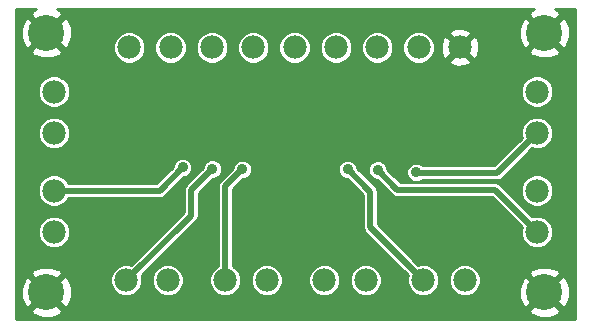
<source format=gbl>
G04 #@! TF.FileFunction,Copper,L2,Bot,Signal*
%FSLAX46Y46*%
G04 Gerber Fmt 4.6, Leading zero omitted, Abs format (unit mm)*
G04 Created by KiCad (PCBNEW (2014-11-09 BZR 5259)-product) date Mon 22 Dec 2014 02:38:55 PM PST*
%MOMM*%
G01*
G04 APERTURE LIST*
%ADD10C,0.100000*%
%ADD11C,1.968500*%
%ADD12C,3.048000*%
%ADD13C,0.889000*%
%ADD14C,0.508000*%
%ADD15C,0.254000*%
G04 APERTURE END LIST*
D10*
D11*
X140100000Y-49878000D03*
X143600000Y-49878000D03*
X147100000Y-49878000D03*
X133731000Y-57122000D03*
X133731000Y-53622000D03*
X133731000Y-65504000D03*
X133731000Y-62004000D03*
X143355000Y-69596000D03*
X139855000Y-69596000D03*
X151737000Y-69596000D03*
X148237000Y-69596000D03*
X160119000Y-69596000D03*
X156619000Y-69596000D03*
X168501000Y-69596000D03*
X165001000Y-69596000D03*
X174625000Y-62004000D03*
X174625000Y-65504000D03*
X174625000Y-53622000D03*
X174625000Y-57122000D03*
X150600000Y-49878000D03*
X154100000Y-49878000D03*
X157600000Y-49878000D03*
X161100000Y-49878000D03*
X164600000Y-49878000D03*
X168100000Y-49878000D03*
D12*
X175260000Y-48641000D03*
X133096000Y-48641000D03*
X175260000Y-70612000D03*
X133096000Y-70612000D03*
D13*
X144627600Y-60045600D03*
X147142200Y-60172600D03*
X149682200Y-60198000D03*
X158597600Y-60198000D03*
X161137600Y-60248800D03*
X164388800Y-60452000D03*
D14*
X144627600Y-60045600D02*
X142669200Y-62004000D01*
X142669200Y-62004000D02*
X133731000Y-62004000D01*
X147142200Y-60172600D02*
X145338800Y-61976000D01*
X145338800Y-61976000D02*
X145338800Y-64112200D01*
X145338800Y-64112200D02*
X139855000Y-69596000D01*
X148237000Y-61643200D02*
X148237000Y-69596000D01*
X149682200Y-60198000D02*
X148237000Y-61643200D01*
X160528000Y-65123000D02*
X165001000Y-69596000D01*
X160528000Y-62103000D02*
X160528000Y-65123000D01*
X158623000Y-60198000D02*
X160528000Y-62103000D01*
X158597600Y-60198000D02*
X158623000Y-60198000D01*
X161137600Y-60248800D02*
X162814000Y-61925200D01*
X162814000Y-61925200D02*
X171046200Y-61925200D01*
X171046200Y-61925200D02*
X174625000Y-65504000D01*
X171269600Y-60477400D02*
X174625000Y-57122000D01*
X164414200Y-60477400D02*
X171269600Y-60477400D01*
X164388800Y-60452000D02*
X164414200Y-60477400D01*
D15*
G36*
X177877000Y-72848000D02*
X177426556Y-72848000D01*
X177426556Y-71001536D01*
X177426556Y-49030536D01*
X177410706Y-48171779D01*
X177112568Y-47452011D01*
X176791307Y-47289298D01*
X175439605Y-48641000D01*
X176791307Y-49992702D01*
X177112568Y-49829989D01*
X177426556Y-49030536D01*
X177426556Y-71001536D01*
X177410706Y-70142779D01*
X177112568Y-69423011D01*
X176791307Y-69260298D01*
X176611702Y-69439903D01*
X176611702Y-69080693D01*
X176611702Y-50172307D01*
X175260000Y-48820605D01*
X175080395Y-49000210D01*
X175080395Y-48641000D01*
X173728693Y-47289298D01*
X173407432Y-47452011D01*
X173093444Y-48251464D01*
X173109294Y-49110221D01*
X173407432Y-49829989D01*
X173728693Y-49992702D01*
X175080395Y-48641000D01*
X175080395Y-49000210D01*
X173908298Y-50172307D01*
X174071011Y-50493568D01*
X174870464Y-50807556D01*
X175729221Y-50791706D01*
X176448989Y-50493568D01*
X176611702Y-50172307D01*
X176611702Y-69080693D01*
X176448989Y-68759432D01*
X175990487Y-68579353D01*
X175990487Y-65233626D01*
X175990487Y-61733626D01*
X175990487Y-56851626D01*
X175990487Y-53351626D01*
X175783078Y-52849658D01*
X175399362Y-52465272D01*
X174897756Y-52256987D01*
X174354626Y-52256513D01*
X173852658Y-52463922D01*
X173468272Y-52847638D01*
X173259987Y-53349244D01*
X173259513Y-53892374D01*
X173466922Y-54394342D01*
X173850638Y-54778728D01*
X174352244Y-54987013D01*
X174895374Y-54987487D01*
X175397342Y-54780078D01*
X175781728Y-54396362D01*
X175990013Y-53894756D01*
X175990487Y-53351626D01*
X175990487Y-56851626D01*
X175783078Y-56349658D01*
X175399362Y-55965272D01*
X174897756Y-55756987D01*
X174354626Y-55756513D01*
X173852658Y-55963922D01*
X173468272Y-56347638D01*
X173259987Y-56849244D01*
X173259513Y-57392374D01*
X173317137Y-57531836D01*
X171006574Y-59842400D01*
X169730247Y-59842400D01*
X169730247Y-50138780D01*
X169705948Y-49495061D01*
X169506356Y-49013203D01*
X169241135Y-48916470D01*
X169061530Y-49096075D01*
X169061530Y-48736865D01*
X168964797Y-48471644D01*
X168360780Y-48247753D01*
X167717061Y-48272052D01*
X167235203Y-48471644D01*
X167138470Y-48736865D01*
X168100000Y-49698395D01*
X169061530Y-48736865D01*
X169061530Y-49096075D01*
X168279605Y-49878000D01*
X169241135Y-50839530D01*
X169506356Y-50742797D01*
X169730247Y-50138780D01*
X169730247Y-59842400D01*
X169061530Y-59842400D01*
X169061530Y-51019135D01*
X168100000Y-50057605D01*
X167920395Y-50237210D01*
X167920395Y-49878000D01*
X166958865Y-48916470D01*
X166693644Y-49013203D01*
X166469753Y-49617220D01*
X166494052Y-50260939D01*
X166693644Y-50742797D01*
X166958865Y-50839530D01*
X167920395Y-49878000D01*
X167920395Y-50237210D01*
X167138470Y-51019135D01*
X167235203Y-51284356D01*
X167839220Y-51508247D01*
X168482939Y-51483948D01*
X168964797Y-51284356D01*
X169061530Y-51019135D01*
X169061530Y-59842400D01*
X165965487Y-59842400D01*
X165965487Y-49607626D01*
X165758078Y-49105658D01*
X165374362Y-48721272D01*
X164872756Y-48512987D01*
X164329626Y-48512513D01*
X163827658Y-48719922D01*
X163443272Y-49103638D01*
X163234987Y-49605244D01*
X163234513Y-50148374D01*
X163441922Y-50650342D01*
X163825638Y-51034728D01*
X164327244Y-51243013D01*
X164870374Y-51243487D01*
X165372342Y-51036078D01*
X165756728Y-50652362D01*
X165965013Y-50150756D01*
X165965487Y-49607626D01*
X165965487Y-59842400D01*
X164946679Y-59842400D01*
X164857019Y-59752583D01*
X164553723Y-59626643D01*
X164225318Y-59626357D01*
X163921802Y-59751767D01*
X163689383Y-59983781D01*
X163563443Y-60287077D01*
X163563157Y-60615482D01*
X163688567Y-60918998D01*
X163920581Y-61151417D01*
X164223877Y-61277357D01*
X164552282Y-61277643D01*
X164855798Y-61152233D01*
X164895700Y-61112400D01*
X171269600Y-61112400D01*
X171512604Y-61064064D01*
X171718613Y-60926413D01*
X174215001Y-58430024D01*
X174352244Y-58487013D01*
X174895374Y-58487487D01*
X175397342Y-58280078D01*
X175781728Y-57896362D01*
X175990013Y-57394756D01*
X175990487Y-56851626D01*
X175990487Y-61733626D01*
X175783078Y-61231658D01*
X175399362Y-60847272D01*
X174897756Y-60638987D01*
X174354626Y-60638513D01*
X173852658Y-60845922D01*
X173468272Y-61229638D01*
X173259987Y-61731244D01*
X173259513Y-62274374D01*
X173466922Y-62776342D01*
X173850638Y-63160728D01*
X174352244Y-63369013D01*
X174895374Y-63369487D01*
X175397342Y-63162078D01*
X175781728Y-62778362D01*
X175990013Y-62276756D01*
X175990487Y-61733626D01*
X175990487Y-65233626D01*
X175783078Y-64731658D01*
X175399362Y-64347272D01*
X174897756Y-64138987D01*
X174354626Y-64138513D01*
X174215163Y-64196137D01*
X171495213Y-61476187D01*
X171289204Y-61338536D01*
X171046200Y-61290200D01*
X163077026Y-61290200D01*
X162465487Y-60678661D01*
X162465487Y-49607626D01*
X162258078Y-49105658D01*
X161874362Y-48721272D01*
X161372756Y-48512987D01*
X160829626Y-48512513D01*
X160327658Y-48719922D01*
X159943272Y-49103638D01*
X159734987Y-49605244D01*
X159734513Y-50148374D01*
X159941922Y-50650342D01*
X160325638Y-51034728D01*
X160827244Y-51243013D01*
X161370374Y-51243487D01*
X161872342Y-51036078D01*
X162256728Y-50652362D01*
X162465013Y-50150756D01*
X162465487Y-49607626D01*
X162465487Y-60678661D01*
X161963163Y-60176337D01*
X161963243Y-60085318D01*
X161837833Y-59781802D01*
X161605819Y-59549383D01*
X161302523Y-59423443D01*
X160974118Y-59423157D01*
X160670602Y-59548567D01*
X160438183Y-59780581D01*
X160312243Y-60083877D01*
X160311957Y-60412282D01*
X160437367Y-60715798D01*
X160669381Y-60948217D01*
X160972677Y-61074157D01*
X161065011Y-61074237D01*
X162364987Y-62374213D01*
X162570996Y-62511864D01*
X162814000Y-62560201D01*
X162814000Y-62560200D01*
X162814005Y-62560200D01*
X170783174Y-62560200D01*
X173316975Y-65094000D01*
X173259987Y-65231244D01*
X173259513Y-65774374D01*
X173466922Y-66276342D01*
X173850638Y-66660728D01*
X174352244Y-66869013D01*
X174895374Y-66869487D01*
X175397342Y-66662078D01*
X175781728Y-66278362D01*
X175990013Y-65776756D01*
X175990487Y-65233626D01*
X175990487Y-68579353D01*
X175649536Y-68445444D01*
X174790779Y-68461294D01*
X174071011Y-68759432D01*
X173908298Y-69080693D01*
X175260000Y-70432395D01*
X176611702Y-69080693D01*
X176611702Y-69439903D01*
X175439605Y-70612000D01*
X176791307Y-71963702D01*
X177112568Y-71800989D01*
X177426556Y-71001536D01*
X177426556Y-72848000D01*
X176611702Y-72848000D01*
X176611702Y-72143307D01*
X175260000Y-70791605D01*
X175080395Y-70971210D01*
X175080395Y-70612000D01*
X173728693Y-69260298D01*
X173407432Y-69423011D01*
X173093444Y-70222464D01*
X173109294Y-71081221D01*
X173407432Y-71800989D01*
X173728693Y-71963702D01*
X175080395Y-70612000D01*
X175080395Y-70971210D01*
X173908298Y-72143307D01*
X174071011Y-72464568D01*
X174870464Y-72778556D01*
X175729221Y-72762706D01*
X176448989Y-72464568D01*
X176611702Y-72143307D01*
X176611702Y-72848000D01*
X169866487Y-72848000D01*
X169866487Y-69325626D01*
X169659078Y-68823658D01*
X169275362Y-68439272D01*
X168773756Y-68230987D01*
X168230626Y-68230513D01*
X167728658Y-68437922D01*
X167344272Y-68821638D01*
X167135987Y-69323244D01*
X167135513Y-69866374D01*
X167342922Y-70368342D01*
X167726638Y-70752728D01*
X168228244Y-70961013D01*
X168771374Y-70961487D01*
X169273342Y-70754078D01*
X169657728Y-70370362D01*
X169866013Y-69868756D01*
X169866487Y-69325626D01*
X169866487Y-72848000D01*
X166366487Y-72848000D01*
X166366487Y-69325626D01*
X166159078Y-68823658D01*
X165775362Y-68439272D01*
X165273756Y-68230987D01*
X164730626Y-68230513D01*
X164591163Y-68288137D01*
X161163000Y-64859974D01*
X161163000Y-62103000D01*
X161114664Y-61859996D01*
X160977013Y-61653987D01*
X159423185Y-60100159D01*
X159423243Y-60034518D01*
X159297833Y-59731002D01*
X159065819Y-59498583D01*
X158965487Y-59456921D01*
X158965487Y-49607626D01*
X158758078Y-49105658D01*
X158374362Y-48721272D01*
X157872756Y-48512987D01*
X157329626Y-48512513D01*
X156827658Y-48719922D01*
X156443272Y-49103638D01*
X156234987Y-49605244D01*
X156234513Y-50148374D01*
X156441922Y-50650342D01*
X156825638Y-51034728D01*
X157327244Y-51243013D01*
X157870374Y-51243487D01*
X158372342Y-51036078D01*
X158756728Y-50652362D01*
X158965013Y-50150756D01*
X158965487Y-49607626D01*
X158965487Y-59456921D01*
X158762523Y-59372643D01*
X158434118Y-59372357D01*
X158130602Y-59497767D01*
X157898183Y-59729781D01*
X157772243Y-60033077D01*
X157771957Y-60361482D01*
X157897367Y-60664998D01*
X158129381Y-60897417D01*
X158432677Y-61023357D01*
X158550433Y-61023459D01*
X159893000Y-62366026D01*
X159893000Y-65123000D01*
X159941336Y-65366004D01*
X160078987Y-65572013D01*
X163692975Y-69186001D01*
X163635987Y-69323244D01*
X163635513Y-69866374D01*
X163842922Y-70368342D01*
X164226638Y-70752728D01*
X164728244Y-70961013D01*
X165271374Y-70961487D01*
X165773342Y-70754078D01*
X166157728Y-70370362D01*
X166366013Y-69868756D01*
X166366487Y-69325626D01*
X166366487Y-72848000D01*
X161484487Y-72848000D01*
X161484487Y-69325626D01*
X161277078Y-68823658D01*
X160893362Y-68439272D01*
X160391756Y-68230987D01*
X159848626Y-68230513D01*
X159346658Y-68437922D01*
X158962272Y-68821638D01*
X158753987Y-69323244D01*
X158753513Y-69866374D01*
X158960922Y-70368342D01*
X159344638Y-70752728D01*
X159846244Y-70961013D01*
X160389374Y-70961487D01*
X160891342Y-70754078D01*
X161275728Y-70370362D01*
X161484013Y-69868756D01*
X161484487Y-69325626D01*
X161484487Y-72848000D01*
X157984487Y-72848000D01*
X157984487Y-69325626D01*
X157777078Y-68823658D01*
X157393362Y-68439272D01*
X156891756Y-68230987D01*
X156348626Y-68230513D01*
X155846658Y-68437922D01*
X155465487Y-68818428D01*
X155465487Y-49607626D01*
X155258078Y-49105658D01*
X154874362Y-48721272D01*
X154372756Y-48512987D01*
X153829626Y-48512513D01*
X153327658Y-48719922D01*
X152943272Y-49103638D01*
X152734987Y-49605244D01*
X152734513Y-50148374D01*
X152941922Y-50650342D01*
X153325638Y-51034728D01*
X153827244Y-51243013D01*
X154370374Y-51243487D01*
X154872342Y-51036078D01*
X155256728Y-50652362D01*
X155465013Y-50150756D01*
X155465487Y-49607626D01*
X155465487Y-68818428D01*
X155462272Y-68821638D01*
X155253987Y-69323244D01*
X155253513Y-69866374D01*
X155460922Y-70368342D01*
X155844638Y-70752728D01*
X156346244Y-70961013D01*
X156889374Y-70961487D01*
X157391342Y-70754078D01*
X157775728Y-70370362D01*
X157984013Y-69868756D01*
X157984487Y-69325626D01*
X157984487Y-72848000D01*
X153102487Y-72848000D01*
X153102487Y-69325626D01*
X152895078Y-68823658D01*
X152511362Y-68439272D01*
X152009756Y-68230987D01*
X151965487Y-68230948D01*
X151965487Y-49607626D01*
X151758078Y-49105658D01*
X151374362Y-48721272D01*
X150872756Y-48512987D01*
X150329626Y-48512513D01*
X149827658Y-48719922D01*
X149443272Y-49103638D01*
X149234987Y-49605244D01*
X149234513Y-50148374D01*
X149441922Y-50650342D01*
X149825638Y-51034728D01*
X150327244Y-51243013D01*
X150870374Y-51243487D01*
X151372342Y-51036078D01*
X151756728Y-50652362D01*
X151965013Y-50150756D01*
X151965487Y-49607626D01*
X151965487Y-68230948D01*
X151466626Y-68230513D01*
X150964658Y-68437922D01*
X150580272Y-68821638D01*
X150507843Y-68996066D01*
X150507843Y-60034518D01*
X150382433Y-59731002D01*
X150150419Y-59498583D01*
X149847123Y-59372643D01*
X149518718Y-59372357D01*
X149215202Y-59497767D01*
X148982783Y-59729781D01*
X148856843Y-60033077D01*
X148856762Y-60125412D01*
X148465487Y-60516687D01*
X148465487Y-49607626D01*
X148258078Y-49105658D01*
X147874362Y-48721272D01*
X147372756Y-48512987D01*
X146829626Y-48512513D01*
X146327658Y-48719922D01*
X145943272Y-49103638D01*
X145734987Y-49605244D01*
X145734513Y-50148374D01*
X145941922Y-50650342D01*
X146325638Y-51034728D01*
X146827244Y-51243013D01*
X147370374Y-51243487D01*
X147872342Y-51036078D01*
X148256728Y-50652362D01*
X148465013Y-50150756D01*
X148465487Y-49607626D01*
X148465487Y-60516687D01*
X147967843Y-61014331D01*
X147967843Y-60009118D01*
X147842433Y-59705602D01*
X147610419Y-59473183D01*
X147307123Y-59347243D01*
X146978718Y-59346957D01*
X146675202Y-59472367D01*
X146442783Y-59704381D01*
X146316843Y-60007677D01*
X146316762Y-60100011D01*
X145453243Y-60963530D01*
X145453243Y-59882118D01*
X145327833Y-59578602D01*
X145095819Y-59346183D01*
X144965487Y-59292064D01*
X144965487Y-49607626D01*
X144758078Y-49105658D01*
X144374362Y-48721272D01*
X143872756Y-48512987D01*
X143329626Y-48512513D01*
X142827658Y-48719922D01*
X142443272Y-49103638D01*
X142234987Y-49605244D01*
X142234513Y-50148374D01*
X142441922Y-50650342D01*
X142825638Y-51034728D01*
X143327244Y-51243013D01*
X143870374Y-51243487D01*
X144372342Y-51036078D01*
X144756728Y-50652362D01*
X144965013Y-50150756D01*
X144965487Y-49607626D01*
X144965487Y-59292064D01*
X144792523Y-59220243D01*
X144464118Y-59219957D01*
X144160602Y-59345367D01*
X143928183Y-59577381D01*
X143802243Y-59880677D01*
X143802162Y-59973011D01*
X142406174Y-61369000D01*
X141465487Y-61369000D01*
X141465487Y-49607626D01*
X141258078Y-49105658D01*
X140874362Y-48721272D01*
X140372756Y-48512987D01*
X139829626Y-48512513D01*
X139327658Y-48719922D01*
X138943272Y-49103638D01*
X138734987Y-49605244D01*
X138734513Y-50148374D01*
X138941922Y-50650342D01*
X139325638Y-51034728D01*
X139827244Y-51243013D01*
X140370374Y-51243487D01*
X140872342Y-51036078D01*
X141256728Y-50652362D01*
X141465013Y-50150756D01*
X141465487Y-49607626D01*
X141465487Y-61369000D01*
X135262556Y-61369000D01*
X135262556Y-49030536D01*
X135246706Y-48171779D01*
X134948568Y-47452011D01*
X134627307Y-47289298D01*
X133275605Y-48641000D01*
X134627307Y-49992702D01*
X134948568Y-49829989D01*
X135262556Y-49030536D01*
X135262556Y-61369000D01*
X135096487Y-61369000D01*
X135096487Y-56851626D01*
X135096487Y-53351626D01*
X134889078Y-52849658D01*
X134505362Y-52465272D01*
X134447702Y-52441329D01*
X134447702Y-50172307D01*
X133096000Y-48820605D01*
X132916395Y-49000210D01*
X132916395Y-48641000D01*
X131564693Y-47289298D01*
X131243432Y-47452011D01*
X130929444Y-48251464D01*
X130945294Y-49110221D01*
X131243432Y-49829989D01*
X131564693Y-49992702D01*
X132916395Y-48641000D01*
X132916395Y-49000210D01*
X131744298Y-50172307D01*
X131907011Y-50493568D01*
X132706464Y-50807556D01*
X133565221Y-50791706D01*
X134284989Y-50493568D01*
X134447702Y-50172307D01*
X134447702Y-52441329D01*
X134003756Y-52256987D01*
X133460626Y-52256513D01*
X132958658Y-52463922D01*
X132574272Y-52847638D01*
X132365987Y-53349244D01*
X132365513Y-53892374D01*
X132572922Y-54394342D01*
X132956638Y-54778728D01*
X133458244Y-54987013D01*
X134001374Y-54987487D01*
X134503342Y-54780078D01*
X134887728Y-54396362D01*
X135096013Y-53894756D01*
X135096487Y-53351626D01*
X135096487Y-56851626D01*
X134889078Y-56349658D01*
X134505362Y-55965272D01*
X134003756Y-55756987D01*
X133460626Y-55756513D01*
X132958658Y-55963922D01*
X132574272Y-56347638D01*
X132365987Y-56849244D01*
X132365513Y-57392374D01*
X132572922Y-57894342D01*
X132956638Y-58278728D01*
X133458244Y-58487013D01*
X134001374Y-58487487D01*
X134503342Y-58280078D01*
X134887728Y-57896362D01*
X135096013Y-57394756D01*
X135096487Y-56851626D01*
X135096487Y-61369000D01*
X134945826Y-61369000D01*
X134889078Y-61231658D01*
X134505362Y-60847272D01*
X134003756Y-60638987D01*
X133460626Y-60638513D01*
X132958658Y-60845922D01*
X132574272Y-61229638D01*
X132365987Y-61731244D01*
X132365513Y-62274374D01*
X132572922Y-62776342D01*
X132956638Y-63160728D01*
X133458244Y-63369013D01*
X134001374Y-63369487D01*
X134503342Y-63162078D01*
X134887728Y-62778362D01*
X134945596Y-62639000D01*
X142669200Y-62639000D01*
X142912204Y-62590664D01*
X143118213Y-62453013D01*
X144700062Y-60871163D01*
X144791082Y-60871243D01*
X145094598Y-60745833D01*
X145327017Y-60513819D01*
X145452957Y-60210523D01*
X145453243Y-59882118D01*
X145453243Y-60963530D01*
X144889787Y-61526987D01*
X144752136Y-61732996D01*
X144703800Y-61976000D01*
X144703800Y-63849174D01*
X140264998Y-68287975D01*
X140127756Y-68230987D01*
X139584626Y-68230513D01*
X139082658Y-68437922D01*
X138698272Y-68821638D01*
X138489987Y-69323244D01*
X138489513Y-69866374D01*
X138696922Y-70368342D01*
X139080638Y-70752728D01*
X139582244Y-70961013D01*
X140125374Y-70961487D01*
X140627342Y-70754078D01*
X141011728Y-70370362D01*
X141220013Y-69868756D01*
X141220487Y-69325626D01*
X141162862Y-69186163D01*
X145787813Y-64561213D01*
X145925464Y-64355205D01*
X145925464Y-64355204D01*
X145973800Y-64112200D01*
X145973800Y-62239026D01*
X147214662Y-60998163D01*
X147305682Y-60998243D01*
X147609198Y-60872833D01*
X147841617Y-60640819D01*
X147967557Y-60337523D01*
X147967843Y-60009118D01*
X147967843Y-61014331D01*
X147787987Y-61194187D01*
X147650336Y-61400196D01*
X147602000Y-61643200D01*
X147602000Y-68381173D01*
X147464658Y-68437922D01*
X147080272Y-68821638D01*
X146871987Y-69323244D01*
X146871513Y-69866374D01*
X147078922Y-70368342D01*
X147462638Y-70752728D01*
X147964244Y-70961013D01*
X148507374Y-70961487D01*
X149009342Y-70754078D01*
X149393728Y-70370362D01*
X149602013Y-69868756D01*
X149602487Y-69325626D01*
X149395078Y-68823658D01*
X149011362Y-68439272D01*
X148872000Y-68381403D01*
X148872000Y-61906225D01*
X149754661Y-61023563D01*
X149845682Y-61023643D01*
X150149198Y-60898233D01*
X150381617Y-60666219D01*
X150507557Y-60362923D01*
X150507843Y-60034518D01*
X150507843Y-68996066D01*
X150371987Y-69323244D01*
X150371513Y-69866374D01*
X150578922Y-70368342D01*
X150962638Y-70752728D01*
X151464244Y-70961013D01*
X152007374Y-70961487D01*
X152509342Y-70754078D01*
X152893728Y-70370362D01*
X153102013Y-69868756D01*
X153102487Y-69325626D01*
X153102487Y-72848000D01*
X144720487Y-72848000D01*
X144720487Y-69325626D01*
X144513078Y-68823658D01*
X144129362Y-68439272D01*
X143627756Y-68230987D01*
X143084626Y-68230513D01*
X142582658Y-68437922D01*
X142198272Y-68821638D01*
X141989987Y-69323244D01*
X141989513Y-69866374D01*
X142196922Y-70368342D01*
X142580638Y-70752728D01*
X143082244Y-70961013D01*
X143625374Y-70961487D01*
X144127342Y-70754078D01*
X144511728Y-70370362D01*
X144720013Y-69868756D01*
X144720487Y-69325626D01*
X144720487Y-72848000D01*
X135262556Y-72848000D01*
X135262556Y-71001536D01*
X135246706Y-70142779D01*
X135096487Y-69780118D01*
X135096487Y-65233626D01*
X134889078Y-64731658D01*
X134505362Y-64347272D01*
X134003756Y-64138987D01*
X133460626Y-64138513D01*
X132958658Y-64345922D01*
X132574272Y-64729638D01*
X132365987Y-65231244D01*
X132365513Y-65774374D01*
X132572922Y-66276342D01*
X132956638Y-66660728D01*
X133458244Y-66869013D01*
X134001374Y-66869487D01*
X134503342Y-66662078D01*
X134887728Y-66278362D01*
X135096013Y-65776756D01*
X135096487Y-65233626D01*
X135096487Y-69780118D01*
X134948568Y-69423011D01*
X134627307Y-69260298D01*
X134447702Y-69439903D01*
X134447702Y-69080693D01*
X134284989Y-68759432D01*
X133485536Y-68445444D01*
X132626779Y-68461294D01*
X131907011Y-68759432D01*
X131744298Y-69080693D01*
X133096000Y-70432395D01*
X134447702Y-69080693D01*
X134447702Y-69439903D01*
X133275605Y-70612000D01*
X134627307Y-71963702D01*
X134948568Y-71800989D01*
X135262556Y-71001536D01*
X135262556Y-72848000D01*
X134447702Y-72848000D01*
X134447702Y-72143307D01*
X133096000Y-70791605D01*
X132916395Y-70971210D01*
X132916395Y-70612000D01*
X131564693Y-69260298D01*
X131243432Y-69423011D01*
X130929444Y-70222464D01*
X130945294Y-71081221D01*
X131243432Y-71800989D01*
X131564693Y-71963702D01*
X132916395Y-70612000D01*
X132916395Y-70971210D01*
X131744298Y-72143307D01*
X131907011Y-72464568D01*
X132706464Y-72778556D01*
X133565221Y-72762706D01*
X134284989Y-72464568D01*
X134447702Y-72143307D01*
X134447702Y-72848000D01*
X130479000Y-72848000D01*
X130479000Y-46659000D01*
X132219487Y-46659000D01*
X131907011Y-46788432D01*
X131744298Y-47109693D01*
X133096000Y-48461395D01*
X134447702Y-47109693D01*
X134284989Y-46788432D01*
X133955438Y-46659000D01*
X174383487Y-46659000D01*
X174071011Y-46788432D01*
X173908298Y-47109693D01*
X175260000Y-48461395D01*
X176611702Y-47109693D01*
X176448989Y-46788432D01*
X176119438Y-46659000D01*
X177877000Y-46659000D01*
X177877000Y-72848000D01*
X177877000Y-72848000D01*
G37*
X177877000Y-72848000D02*
X177426556Y-72848000D01*
X177426556Y-71001536D01*
X177426556Y-49030536D01*
X177410706Y-48171779D01*
X177112568Y-47452011D01*
X176791307Y-47289298D01*
X175439605Y-48641000D01*
X176791307Y-49992702D01*
X177112568Y-49829989D01*
X177426556Y-49030536D01*
X177426556Y-71001536D01*
X177410706Y-70142779D01*
X177112568Y-69423011D01*
X176791307Y-69260298D01*
X176611702Y-69439903D01*
X176611702Y-69080693D01*
X176611702Y-50172307D01*
X175260000Y-48820605D01*
X175080395Y-49000210D01*
X175080395Y-48641000D01*
X173728693Y-47289298D01*
X173407432Y-47452011D01*
X173093444Y-48251464D01*
X173109294Y-49110221D01*
X173407432Y-49829989D01*
X173728693Y-49992702D01*
X175080395Y-48641000D01*
X175080395Y-49000210D01*
X173908298Y-50172307D01*
X174071011Y-50493568D01*
X174870464Y-50807556D01*
X175729221Y-50791706D01*
X176448989Y-50493568D01*
X176611702Y-50172307D01*
X176611702Y-69080693D01*
X176448989Y-68759432D01*
X175990487Y-68579353D01*
X175990487Y-65233626D01*
X175990487Y-61733626D01*
X175990487Y-56851626D01*
X175990487Y-53351626D01*
X175783078Y-52849658D01*
X175399362Y-52465272D01*
X174897756Y-52256987D01*
X174354626Y-52256513D01*
X173852658Y-52463922D01*
X173468272Y-52847638D01*
X173259987Y-53349244D01*
X173259513Y-53892374D01*
X173466922Y-54394342D01*
X173850638Y-54778728D01*
X174352244Y-54987013D01*
X174895374Y-54987487D01*
X175397342Y-54780078D01*
X175781728Y-54396362D01*
X175990013Y-53894756D01*
X175990487Y-53351626D01*
X175990487Y-56851626D01*
X175783078Y-56349658D01*
X175399362Y-55965272D01*
X174897756Y-55756987D01*
X174354626Y-55756513D01*
X173852658Y-55963922D01*
X173468272Y-56347638D01*
X173259987Y-56849244D01*
X173259513Y-57392374D01*
X173317137Y-57531836D01*
X171006574Y-59842400D01*
X169730247Y-59842400D01*
X169730247Y-50138780D01*
X169705948Y-49495061D01*
X169506356Y-49013203D01*
X169241135Y-48916470D01*
X169061530Y-49096075D01*
X169061530Y-48736865D01*
X168964797Y-48471644D01*
X168360780Y-48247753D01*
X167717061Y-48272052D01*
X167235203Y-48471644D01*
X167138470Y-48736865D01*
X168100000Y-49698395D01*
X169061530Y-48736865D01*
X169061530Y-49096075D01*
X168279605Y-49878000D01*
X169241135Y-50839530D01*
X169506356Y-50742797D01*
X169730247Y-50138780D01*
X169730247Y-59842400D01*
X169061530Y-59842400D01*
X169061530Y-51019135D01*
X168100000Y-50057605D01*
X167920395Y-50237210D01*
X167920395Y-49878000D01*
X166958865Y-48916470D01*
X166693644Y-49013203D01*
X166469753Y-49617220D01*
X166494052Y-50260939D01*
X166693644Y-50742797D01*
X166958865Y-50839530D01*
X167920395Y-49878000D01*
X167920395Y-50237210D01*
X167138470Y-51019135D01*
X167235203Y-51284356D01*
X167839220Y-51508247D01*
X168482939Y-51483948D01*
X168964797Y-51284356D01*
X169061530Y-51019135D01*
X169061530Y-59842400D01*
X165965487Y-59842400D01*
X165965487Y-49607626D01*
X165758078Y-49105658D01*
X165374362Y-48721272D01*
X164872756Y-48512987D01*
X164329626Y-48512513D01*
X163827658Y-48719922D01*
X163443272Y-49103638D01*
X163234987Y-49605244D01*
X163234513Y-50148374D01*
X163441922Y-50650342D01*
X163825638Y-51034728D01*
X164327244Y-51243013D01*
X164870374Y-51243487D01*
X165372342Y-51036078D01*
X165756728Y-50652362D01*
X165965013Y-50150756D01*
X165965487Y-49607626D01*
X165965487Y-59842400D01*
X164946679Y-59842400D01*
X164857019Y-59752583D01*
X164553723Y-59626643D01*
X164225318Y-59626357D01*
X163921802Y-59751767D01*
X163689383Y-59983781D01*
X163563443Y-60287077D01*
X163563157Y-60615482D01*
X163688567Y-60918998D01*
X163920581Y-61151417D01*
X164223877Y-61277357D01*
X164552282Y-61277643D01*
X164855798Y-61152233D01*
X164895700Y-61112400D01*
X171269600Y-61112400D01*
X171512604Y-61064064D01*
X171718613Y-60926413D01*
X174215001Y-58430024D01*
X174352244Y-58487013D01*
X174895374Y-58487487D01*
X175397342Y-58280078D01*
X175781728Y-57896362D01*
X175990013Y-57394756D01*
X175990487Y-56851626D01*
X175990487Y-61733626D01*
X175783078Y-61231658D01*
X175399362Y-60847272D01*
X174897756Y-60638987D01*
X174354626Y-60638513D01*
X173852658Y-60845922D01*
X173468272Y-61229638D01*
X173259987Y-61731244D01*
X173259513Y-62274374D01*
X173466922Y-62776342D01*
X173850638Y-63160728D01*
X174352244Y-63369013D01*
X174895374Y-63369487D01*
X175397342Y-63162078D01*
X175781728Y-62778362D01*
X175990013Y-62276756D01*
X175990487Y-61733626D01*
X175990487Y-65233626D01*
X175783078Y-64731658D01*
X175399362Y-64347272D01*
X174897756Y-64138987D01*
X174354626Y-64138513D01*
X174215163Y-64196137D01*
X171495213Y-61476187D01*
X171289204Y-61338536D01*
X171046200Y-61290200D01*
X163077026Y-61290200D01*
X162465487Y-60678661D01*
X162465487Y-49607626D01*
X162258078Y-49105658D01*
X161874362Y-48721272D01*
X161372756Y-48512987D01*
X160829626Y-48512513D01*
X160327658Y-48719922D01*
X159943272Y-49103638D01*
X159734987Y-49605244D01*
X159734513Y-50148374D01*
X159941922Y-50650342D01*
X160325638Y-51034728D01*
X160827244Y-51243013D01*
X161370374Y-51243487D01*
X161872342Y-51036078D01*
X162256728Y-50652362D01*
X162465013Y-50150756D01*
X162465487Y-49607626D01*
X162465487Y-60678661D01*
X161963163Y-60176337D01*
X161963243Y-60085318D01*
X161837833Y-59781802D01*
X161605819Y-59549383D01*
X161302523Y-59423443D01*
X160974118Y-59423157D01*
X160670602Y-59548567D01*
X160438183Y-59780581D01*
X160312243Y-60083877D01*
X160311957Y-60412282D01*
X160437367Y-60715798D01*
X160669381Y-60948217D01*
X160972677Y-61074157D01*
X161065011Y-61074237D01*
X162364987Y-62374213D01*
X162570996Y-62511864D01*
X162814000Y-62560201D01*
X162814000Y-62560200D01*
X162814005Y-62560200D01*
X170783174Y-62560200D01*
X173316975Y-65094000D01*
X173259987Y-65231244D01*
X173259513Y-65774374D01*
X173466922Y-66276342D01*
X173850638Y-66660728D01*
X174352244Y-66869013D01*
X174895374Y-66869487D01*
X175397342Y-66662078D01*
X175781728Y-66278362D01*
X175990013Y-65776756D01*
X175990487Y-65233626D01*
X175990487Y-68579353D01*
X175649536Y-68445444D01*
X174790779Y-68461294D01*
X174071011Y-68759432D01*
X173908298Y-69080693D01*
X175260000Y-70432395D01*
X176611702Y-69080693D01*
X176611702Y-69439903D01*
X175439605Y-70612000D01*
X176791307Y-71963702D01*
X177112568Y-71800989D01*
X177426556Y-71001536D01*
X177426556Y-72848000D01*
X176611702Y-72848000D01*
X176611702Y-72143307D01*
X175260000Y-70791605D01*
X175080395Y-70971210D01*
X175080395Y-70612000D01*
X173728693Y-69260298D01*
X173407432Y-69423011D01*
X173093444Y-70222464D01*
X173109294Y-71081221D01*
X173407432Y-71800989D01*
X173728693Y-71963702D01*
X175080395Y-70612000D01*
X175080395Y-70971210D01*
X173908298Y-72143307D01*
X174071011Y-72464568D01*
X174870464Y-72778556D01*
X175729221Y-72762706D01*
X176448989Y-72464568D01*
X176611702Y-72143307D01*
X176611702Y-72848000D01*
X169866487Y-72848000D01*
X169866487Y-69325626D01*
X169659078Y-68823658D01*
X169275362Y-68439272D01*
X168773756Y-68230987D01*
X168230626Y-68230513D01*
X167728658Y-68437922D01*
X167344272Y-68821638D01*
X167135987Y-69323244D01*
X167135513Y-69866374D01*
X167342922Y-70368342D01*
X167726638Y-70752728D01*
X168228244Y-70961013D01*
X168771374Y-70961487D01*
X169273342Y-70754078D01*
X169657728Y-70370362D01*
X169866013Y-69868756D01*
X169866487Y-69325626D01*
X169866487Y-72848000D01*
X166366487Y-72848000D01*
X166366487Y-69325626D01*
X166159078Y-68823658D01*
X165775362Y-68439272D01*
X165273756Y-68230987D01*
X164730626Y-68230513D01*
X164591163Y-68288137D01*
X161163000Y-64859974D01*
X161163000Y-62103000D01*
X161114664Y-61859996D01*
X160977013Y-61653987D01*
X159423185Y-60100159D01*
X159423243Y-60034518D01*
X159297833Y-59731002D01*
X159065819Y-59498583D01*
X158965487Y-59456921D01*
X158965487Y-49607626D01*
X158758078Y-49105658D01*
X158374362Y-48721272D01*
X157872756Y-48512987D01*
X157329626Y-48512513D01*
X156827658Y-48719922D01*
X156443272Y-49103638D01*
X156234987Y-49605244D01*
X156234513Y-50148374D01*
X156441922Y-50650342D01*
X156825638Y-51034728D01*
X157327244Y-51243013D01*
X157870374Y-51243487D01*
X158372342Y-51036078D01*
X158756728Y-50652362D01*
X158965013Y-50150756D01*
X158965487Y-49607626D01*
X158965487Y-59456921D01*
X158762523Y-59372643D01*
X158434118Y-59372357D01*
X158130602Y-59497767D01*
X157898183Y-59729781D01*
X157772243Y-60033077D01*
X157771957Y-60361482D01*
X157897367Y-60664998D01*
X158129381Y-60897417D01*
X158432677Y-61023357D01*
X158550433Y-61023459D01*
X159893000Y-62366026D01*
X159893000Y-65123000D01*
X159941336Y-65366004D01*
X160078987Y-65572013D01*
X163692975Y-69186001D01*
X163635987Y-69323244D01*
X163635513Y-69866374D01*
X163842922Y-70368342D01*
X164226638Y-70752728D01*
X164728244Y-70961013D01*
X165271374Y-70961487D01*
X165773342Y-70754078D01*
X166157728Y-70370362D01*
X166366013Y-69868756D01*
X166366487Y-69325626D01*
X166366487Y-72848000D01*
X161484487Y-72848000D01*
X161484487Y-69325626D01*
X161277078Y-68823658D01*
X160893362Y-68439272D01*
X160391756Y-68230987D01*
X159848626Y-68230513D01*
X159346658Y-68437922D01*
X158962272Y-68821638D01*
X158753987Y-69323244D01*
X158753513Y-69866374D01*
X158960922Y-70368342D01*
X159344638Y-70752728D01*
X159846244Y-70961013D01*
X160389374Y-70961487D01*
X160891342Y-70754078D01*
X161275728Y-70370362D01*
X161484013Y-69868756D01*
X161484487Y-69325626D01*
X161484487Y-72848000D01*
X157984487Y-72848000D01*
X157984487Y-69325626D01*
X157777078Y-68823658D01*
X157393362Y-68439272D01*
X156891756Y-68230987D01*
X156348626Y-68230513D01*
X155846658Y-68437922D01*
X155465487Y-68818428D01*
X155465487Y-49607626D01*
X155258078Y-49105658D01*
X154874362Y-48721272D01*
X154372756Y-48512987D01*
X153829626Y-48512513D01*
X153327658Y-48719922D01*
X152943272Y-49103638D01*
X152734987Y-49605244D01*
X152734513Y-50148374D01*
X152941922Y-50650342D01*
X153325638Y-51034728D01*
X153827244Y-51243013D01*
X154370374Y-51243487D01*
X154872342Y-51036078D01*
X155256728Y-50652362D01*
X155465013Y-50150756D01*
X155465487Y-49607626D01*
X155465487Y-68818428D01*
X155462272Y-68821638D01*
X155253987Y-69323244D01*
X155253513Y-69866374D01*
X155460922Y-70368342D01*
X155844638Y-70752728D01*
X156346244Y-70961013D01*
X156889374Y-70961487D01*
X157391342Y-70754078D01*
X157775728Y-70370362D01*
X157984013Y-69868756D01*
X157984487Y-69325626D01*
X157984487Y-72848000D01*
X153102487Y-72848000D01*
X153102487Y-69325626D01*
X152895078Y-68823658D01*
X152511362Y-68439272D01*
X152009756Y-68230987D01*
X151965487Y-68230948D01*
X151965487Y-49607626D01*
X151758078Y-49105658D01*
X151374362Y-48721272D01*
X150872756Y-48512987D01*
X150329626Y-48512513D01*
X149827658Y-48719922D01*
X149443272Y-49103638D01*
X149234987Y-49605244D01*
X149234513Y-50148374D01*
X149441922Y-50650342D01*
X149825638Y-51034728D01*
X150327244Y-51243013D01*
X150870374Y-51243487D01*
X151372342Y-51036078D01*
X151756728Y-50652362D01*
X151965013Y-50150756D01*
X151965487Y-49607626D01*
X151965487Y-68230948D01*
X151466626Y-68230513D01*
X150964658Y-68437922D01*
X150580272Y-68821638D01*
X150507843Y-68996066D01*
X150507843Y-60034518D01*
X150382433Y-59731002D01*
X150150419Y-59498583D01*
X149847123Y-59372643D01*
X149518718Y-59372357D01*
X149215202Y-59497767D01*
X148982783Y-59729781D01*
X148856843Y-60033077D01*
X148856762Y-60125412D01*
X148465487Y-60516687D01*
X148465487Y-49607626D01*
X148258078Y-49105658D01*
X147874362Y-48721272D01*
X147372756Y-48512987D01*
X146829626Y-48512513D01*
X146327658Y-48719922D01*
X145943272Y-49103638D01*
X145734987Y-49605244D01*
X145734513Y-50148374D01*
X145941922Y-50650342D01*
X146325638Y-51034728D01*
X146827244Y-51243013D01*
X147370374Y-51243487D01*
X147872342Y-51036078D01*
X148256728Y-50652362D01*
X148465013Y-50150756D01*
X148465487Y-49607626D01*
X148465487Y-60516687D01*
X147967843Y-61014331D01*
X147967843Y-60009118D01*
X147842433Y-59705602D01*
X147610419Y-59473183D01*
X147307123Y-59347243D01*
X146978718Y-59346957D01*
X146675202Y-59472367D01*
X146442783Y-59704381D01*
X146316843Y-60007677D01*
X146316762Y-60100011D01*
X145453243Y-60963530D01*
X145453243Y-59882118D01*
X145327833Y-59578602D01*
X145095819Y-59346183D01*
X144965487Y-59292064D01*
X144965487Y-49607626D01*
X144758078Y-49105658D01*
X144374362Y-48721272D01*
X143872756Y-48512987D01*
X143329626Y-48512513D01*
X142827658Y-48719922D01*
X142443272Y-49103638D01*
X142234987Y-49605244D01*
X142234513Y-50148374D01*
X142441922Y-50650342D01*
X142825638Y-51034728D01*
X143327244Y-51243013D01*
X143870374Y-51243487D01*
X144372342Y-51036078D01*
X144756728Y-50652362D01*
X144965013Y-50150756D01*
X144965487Y-49607626D01*
X144965487Y-59292064D01*
X144792523Y-59220243D01*
X144464118Y-59219957D01*
X144160602Y-59345367D01*
X143928183Y-59577381D01*
X143802243Y-59880677D01*
X143802162Y-59973011D01*
X142406174Y-61369000D01*
X141465487Y-61369000D01*
X141465487Y-49607626D01*
X141258078Y-49105658D01*
X140874362Y-48721272D01*
X140372756Y-48512987D01*
X139829626Y-48512513D01*
X139327658Y-48719922D01*
X138943272Y-49103638D01*
X138734987Y-49605244D01*
X138734513Y-50148374D01*
X138941922Y-50650342D01*
X139325638Y-51034728D01*
X139827244Y-51243013D01*
X140370374Y-51243487D01*
X140872342Y-51036078D01*
X141256728Y-50652362D01*
X141465013Y-50150756D01*
X141465487Y-49607626D01*
X141465487Y-61369000D01*
X135262556Y-61369000D01*
X135262556Y-49030536D01*
X135246706Y-48171779D01*
X134948568Y-47452011D01*
X134627307Y-47289298D01*
X133275605Y-48641000D01*
X134627307Y-49992702D01*
X134948568Y-49829989D01*
X135262556Y-49030536D01*
X135262556Y-61369000D01*
X135096487Y-61369000D01*
X135096487Y-56851626D01*
X135096487Y-53351626D01*
X134889078Y-52849658D01*
X134505362Y-52465272D01*
X134447702Y-52441329D01*
X134447702Y-50172307D01*
X133096000Y-48820605D01*
X132916395Y-49000210D01*
X132916395Y-48641000D01*
X131564693Y-47289298D01*
X131243432Y-47452011D01*
X130929444Y-48251464D01*
X130945294Y-49110221D01*
X131243432Y-49829989D01*
X131564693Y-49992702D01*
X132916395Y-48641000D01*
X132916395Y-49000210D01*
X131744298Y-50172307D01*
X131907011Y-50493568D01*
X132706464Y-50807556D01*
X133565221Y-50791706D01*
X134284989Y-50493568D01*
X134447702Y-50172307D01*
X134447702Y-52441329D01*
X134003756Y-52256987D01*
X133460626Y-52256513D01*
X132958658Y-52463922D01*
X132574272Y-52847638D01*
X132365987Y-53349244D01*
X132365513Y-53892374D01*
X132572922Y-54394342D01*
X132956638Y-54778728D01*
X133458244Y-54987013D01*
X134001374Y-54987487D01*
X134503342Y-54780078D01*
X134887728Y-54396362D01*
X135096013Y-53894756D01*
X135096487Y-53351626D01*
X135096487Y-56851626D01*
X134889078Y-56349658D01*
X134505362Y-55965272D01*
X134003756Y-55756987D01*
X133460626Y-55756513D01*
X132958658Y-55963922D01*
X132574272Y-56347638D01*
X132365987Y-56849244D01*
X132365513Y-57392374D01*
X132572922Y-57894342D01*
X132956638Y-58278728D01*
X133458244Y-58487013D01*
X134001374Y-58487487D01*
X134503342Y-58280078D01*
X134887728Y-57896362D01*
X135096013Y-57394756D01*
X135096487Y-56851626D01*
X135096487Y-61369000D01*
X134945826Y-61369000D01*
X134889078Y-61231658D01*
X134505362Y-60847272D01*
X134003756Y-60638987D01*
X133460626Y-60638513D01*
X132958658Y-60845922D01*
X132574272Y-61229638D01*
X132365987Y-61731244D01*
X132365513Y-62274374D01*
X132572922Y-62776342D01*
X132956638Y-63160728D01*
X133458244Y-63369013D01*
X134001374Y-63369487D01*
X134503342Y-63162078D01*
X134887728Y-62778362D01*
X134945596Y-62639000D01*
X142669200Y-62639000D01*
X142912204Y-62590664D01*
X143118213Y-62453013D01*
X144700062Y-60871163D01*
X144791082Y-60871243D01*
X145094598Y-60745833D01*
X145327017Y-60513819D01*
X145452957Y-60210523D01*
X145453243Y-59882118D01*
X145453243Y-60963530D01*
X144889787Y-61526987D01*
X144752136Y-61732996D01*
X144703800Y-61976000D01*
X144703800Y-63849174D01*
X140264998Y-68287975D01*
X140127756Y-68230987D01*
X139584626Y-68230513D01*
X139082658Y-68437922D01*
X138698272Y-68821638D01*
X138489987Y-69323244D01*
X138489513Y-69866374D01*
X138696922Y-70368342D01*
X139080638Y-70752728D01*
X139582244Y-70961013D01*
X140125374Y-70961487D01*
X140627342Y-70754078D01*
X141011728Y-70370362D01*
X141220013Y-69868756D01*
X141220487Y-69325626D01*
X141162862Y-69186163D01*
X145787813Y-64561213D01*
X145925464Y-64355205D01*
X145925464Y-64355204D01*
X145973800Y-64112200D01*
X145973800Y-62239026D01*
X147214662Y-60998163D01*
X147305682Y-60998243D01*
X147609198Y-60872833D01*
X147841617Y-60640819D01*
X147967557Y-60337523D01*
X147967843Y-60009118D01*
X147967843Y-61014331D01*
X147787987Y-61194187D01*
X147650336Y-61400196D01*
X147602000Y-61643200D01*
X147602000Y-68381173D01*
X147464658Y-68437922D01*
X147080272Y-68821638D01*
X146871987Y-69323244D01*
X146871513Y-69866374D01*
X147078922Y-70368342D01*
X147462638Y-70752728D01*
X147964244Y-70961013D01*
X148507374Y-70961487D01*
X149009342Y-70754078D01*
X149393728Y-70370362D01*
X149602013Y-69868756D01*
X149602487Y-69325626D01*
X149395078Y-68823658D01*
X149011362Y-68439272D01*
X148872000Y-68381403D01*
X148872000Y-61906225D01*
X149754661Y-61023563D01*
X149845682Y-61023643D01*
X150149198Y-60898233D01*
X150381617Y-60666219D01*
X150507557Y-60362923D01*
X150507843Y-60034518D01*
X150507843Y-68996066D01*
X150371987Y-69323244D01*
X150371513Y-69866374D01*
X150578922Y-70368342D01*
X150962638Y-70752728D01*
X151464244Y-70961013D01*
X152007374Y-70961487D01*
X152509342Y-70754078D01*
X152893728Y-70370362D01*
X153102013Y-69868756D01*
X153102487Y-69325626D01*
X153102487Y-72848000D01*
X144720487Y-72848000D01*
X144720487Y-69325626D01*
X144513078Y-68823658D01*
X144129362Y-68439272D01*
X143627756Y-68230987D01*
X143084626Y-68230513D01*
X142582658Y-68437922D01*
X142198272Y-68821638D01*
X141989987Y-69323244D01*
X141989513Y-69866374D01*
X142196922Y-70368342D01*
X142580638Y-70752728D01*
X143082244Y-70961013D01*
X143625374Y-70961487D01*
X144127342Y-70754078D01*
X144511728Y-70370362D01*
X144720013Y-69868756D01*
X144720487Y-69325626D01*
X144720487Y-72848000D01*
X135262556Y-72848000D01*
X135262556Y-71001536D01*
X135246706Y-70142779D01*
X135096487Y-69780118D01*
X135096487Y-65233626D01*
X134889078Y-64731658D01*
X134505362Y-64347272D01*
X134003756Y-64138987D01*
X133460626Y-64138513D01*
X132958658Y-64345922D01*
X132574272Y-64729638D01*
X132365987Y-65231244D01*
X132365513Y-65774374D01*
X132572922Y-66276342D01*
X132956638Y-66660728D01*
X133458244Y-66869013D01*
X134001374Y-66869487D01*
X134503342Y-66662078D01*
X134887728Y-66278362D01*
X135096013Y-65776756D01*
X135096487Y-65233626D01*
X135096487Y-69780118D01*
X134948568Y-69423011D01*
X134627307Y-69260298D01*
X134447702Y-69439903D01*
X134447702Y-69080693D01*
X134284989Y-68759432D01*
X133485536Y-68445444D01*
X132626779Y-68461294D01*
X131907011Y-68759432D01*
X131744298Y-69080693D01*
X133096000Y-70432395D01*
X134447702Y-69080693D01*
X134447702Y-69439903D01*
X133275605Y-70612000D01*
X134627307Y-71963702D01*
X134948568Y-71800989D01*
X135262556Y-71001536D01*
X135262556Y-72848000D01*
X134447702Y-72848000D01*
X134447702Y-72143307D01*
X133096000Y-70791605D01*
X132916395Y-70971210D01*
X132916395Y-70612000D01*
X131564693Y-69260298D01*
X131243432Y-69423011D01*
X130929444Y-70222464D01*
X130945294Y-71081221D01*
X131243432Y-71800989D01*
X131564693Y-71963702D01*
X132916395Y-70612000D01*
X132916395Y-70971210D01*
X131744298Y-72143307D01*
X131907011Y-72464568D01*
X132706464Y-72778556D01*
X133565221Y-72762706D01*
X134284989Y-72464568D01*
X134447702Y-72143307D01*
X134447702Y-72848000D01*
X130479000Y-72848000D01*
X130479000Y-46659000D01*
X132219487Y-46659000D01*
X131907011Y-46788432D01*
X131744298Y-47109693D01*
X133096000Y-48461395D01*
X134447702Y-47109693D01*
X134284989Y-46788432D01*
X133955438Y-46659000D01*
X174383487Y-46659000D01*
X174071011Y-46788432D01*
X173908298Y-47109693D01*
X175260000Y-48461395D01*
X176611702Y-47109693D01*
X176448989Y-46788432D01*
X176119438Y-46659000D01*
X177877000Y-46659000D01*
X177877000Y-72848000D01*
M02*

</source>
